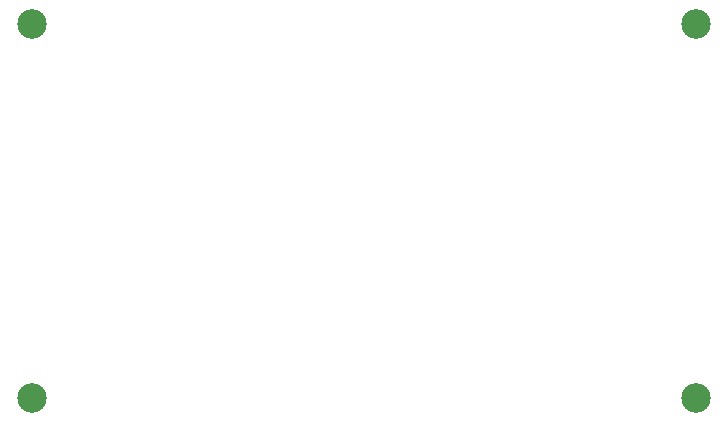
<source format=gbr>
%TF.GenerationSoftware,KiCad,Pcbnew,8.0.1*%
%TF.CreationDate,2024-04-15T16:39:29+10:00*%
%TF.ProjectId,4x8x8 LED Matrix Clock,34783878-3820-44c4-9544-204d61747269,rev?*%
%TF.SameCoordinates,Original*%
%TF.FileFunction,NonPlated,1,2,NPTH,Drill*%
%TF.FilePolarity,Positive*%
%FSLAX46Y46*%
G04 Gerber Fmt 4.6, Leading zero omitted, Abs format (unit mm)*
G04 Created by KiCad (PCBNEW 8.0.1) date 2024-04-15 16:39:29*
%MOMM*%
%LPD*%
G01*
G04 APERTURE LIST*
%TA.AperFunction,ComponentDrill*%
%ADD10C,2.500000*%
%TD*%
G04 APERTURE END LIST*
D10*
%TO.C,H1*%
X146600000Y-71200000D03*
%TO.C,H2*%
X146600000Y-102850000D03*
%TO.C,H3*%
X202800000Y-71200000D03*
%TO.C,H4*%
X202800000Y-102850000D03*
M02*

</source>
